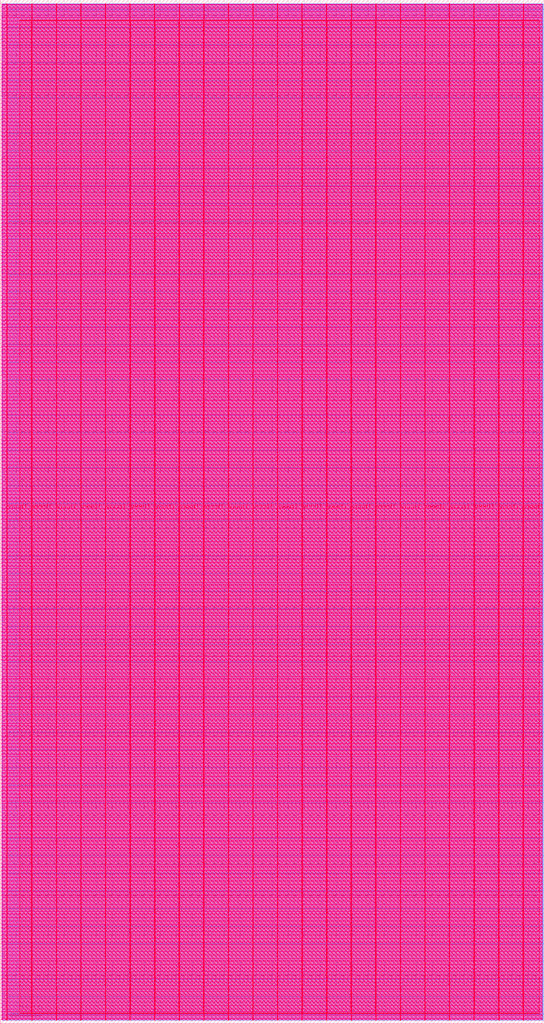
<source format=lef>
VERSION 5.7 ;
  NOWIREEXTENSIONATPIN ON ;
  DIVIDERCHAR "/" ;
  BUSBITCHARS "[]" ;
MACRO wrapped_as512512512
  CLASS BLOCK ;
  FOREIGN wrapped_as512512512 ;
  ORIGIN 0.000 0.000 ;
  SIZE 1700.000 BY 3200.000 ;
  PIN clk
    DIRECTION INPUT ;
    USE SIGNAL ;
    PORT
      LAYER met3 ;
        RECT 1696.000 1517.120 1700.000 1517.720 ;
    END
  END clk
  PIN io_in[0]
    DIRECTION INPUT ;
    USE SIGNAL ;
    PORT
      LAYER met3 ;
        RECT 1696.000 29.960 1700.000 30.560 ;
    END
  END io_in[0]
  PIN io_in[10]
    DIRECTION INPUT ;
    USE SIGNAL ;
    PORT
      LAYER met3 ;
        RECT 1696.000 580.760 1700.000 581.360 ;
    END
  END io_in[10]
  PIN io_in[11]
    DIRECTION INPUT ;
    USE SIGNAL ;
    PORT
      LAYER met3 ;
        RECT 1696.000 635.840 1700.000 636.440 ;
    END
  END io_in[11]
  PIN io_in[12]
    DIRECTION INPUT ;
    USE SIGNAL ;
    PORT
      LAYER met3 ;
        RECT 1696.000 690.920 1700.000 691.520 ;
    END
  END io_in[12]
  PIN io_in[13]
    DIRECTION INPUT ;
    USE SIGNAL ;
    PORT
      LAYER met3 ;
        RECT 1696.000 746.000 1700.000 746.600 ;
    END
  END io_in[13]
  PIN io_in[14]
    DIRECTION INPUT ;
    USE SIGNAL ;
    PORT
      LAYER met3 ;
        RECT 1696.000 801.080 1700.000 801.680 ;
    END
  END io_in[14]
  PIN io_in[15]
    DIRECTION INPUT ;
    USE SIGNAL ;
    PORT
      LAYER met3 ;
        RECT 1696.000 856.160 1700.000 856.760 ;
    END
  END io_in[15]
  PIN io_in[16]
    DIRECTION INPUT ;
    USE SIGNAL ;
    PORT
      LAYER met3 ;
        RECT 1696.000 911.240 1700.000 911.840 ;
    END
  END io_in[16]
  PIN io_in[17]
    DIRECTION INPUT ;
    USE SIGNAL ;
    PORT
      LAYER met3 ;
        RECT 1696.000 966.320 1700.000 966.920 ;
    END
  END io_in[17]
  PIN io_in[18]
    DIRECTION INPUT ;
    USE SIGNAL ;
    PORT
      LAYER met3 ;
        RECT 1696.000 1021.400 1700.000 1022.000 ;
    END
  END io_in[18]
  PIN io_in[19]
    DIRECTION INPUT ;
    USE SIGNAL ;
    PORT
      LAYER met3 ;
        RECT 1696.000 1076.480 1700.000 1077.080 ;
    END
  END io_in[19]
  PIN io_in[1]
    DIRECTION INPUT ;
    USE SIGNAL ;
    PORT
      LAYER met3 ;
        RECT 1696.000 85.040 1700.000 85.640 ;
    END
  END io_in[1]
  PIN io_in[20]
    DIRECTION INPUT ;
    USE SIGNAL ;
    PORT
      LAYER met3 ;
        RECT 1696.000 1131.560 1700.000 1132.160 ;
    END
  END io_in[20]
  PIN io_in[21]
    DIRECTION INPUT ;
    USE SIGNAL ;
    PORT
      LAYER met3 ;
        RECT 1696.000 1186.640 1700.000 1187.240 ;
    END
  END io_in[21]
  PIN io_in[22]
    DIRECTION INPUT ;
    USE SIGNAL ;
    PORT
      LAYER met3 ;
        RECT 1696.000 1241.720 1700.000 1242.320 ;
    END
  END io_in[22]
  PIN io_in[23]
    DIRECTION INPUT ;
    USE SIGNAL ;
    PORT
      LAYER met3 ;
        RECT 1696.000 1296.800 1700.000 1297.400 ;
    END
  END io_in[23]
  PIN io_in[24]
    DIRECTION INPUT ;
    USE SIGNAL ;
    PORT
      LAYER met3 ;
        RECT 1696.000 1351.880 1700.000 1352.480 ;
    END
  END io_in[24]
  PIN io_in[25]
    DIRECTION INPUT ;
    USE SIGNAL ;
    PORT
      LAYER met3 ;
        RECT 1696.000 1406.960 1700.000 1407.560 ;
    END
  END io_in[25]
  PIN io_in[26]
    DIRECTION INPUT ;
    USE SIGNAL ;
    PORT
      LAYER met3 ;
        RECT 1696.000 1462.040 1700.000 1462.640 ;
    END
  END io_in[26]
  PIN io_in[2]
    DIRECTION INPUT ;
    USE SIGNAL ;
    PORT
      LAYER met3 ;
        RECT 1696.000 140.120 1700.000 140.720 ;
    END
  END io_in[2]
  PIN io_in[3]
    DIRECTION INPUT ;
    USE SIGNAL ;
    PORT
      LAYER met3 ;
        RECT 1696.000 195.200 1700.000 195.800 ;
    END
  END io_in[3]
  PIN io_in[4]
    DIRECTION INPUT ;
    USE SIGNAL ;
    PORT
      LAYER met3 ;
        RECT 1696.000 250.280 1700.000 250.880 ;
    END
  END io_in[4]
  PIN io_in[5]
    DIRECTION INPUT ;
    USE SIGNAL ;
    PORT
      LAYER met3 ;
        RECT 1696.000 305.360 1700.000 305.960 ;
    END
  END io_in[5]
  PIN io_in[6]
    DIRECTION INPUT ;
    USE SIGNAL ;
    PORT
      LAYER met3 ;
        RECT 1696.000 360.440 1700.000 361.040 ;
    END
  END io_in[6]
  PIN io_in[7]
    DIRECTION INPUT ;
    USE SIGNAL ;
    PORT
      LAYER met3 ;
        RECT 1696.000 415.520 1700.000 416.120 ;
    END
  END io_in[7]
  PIN io_in[8]
    DIRECTION INPUT ;
    USE SIGNAL ;
    PORT
      LAYER met3 ;
        RECT 1696.000 470.600 1700.000 471.200 ;
    END
  END io_in[8]
  PIN io_in[9]
    DIRECTION INPUT ;
    USE SIGNAL ;
    PORT
      LAYER met3 ;
        RECT 1696.000 525.680 1700.000 526.280 ;
    END
  END io_in[9]
  PIN io_oeb
    DIRECTION OUTPUT TRISTATE ;
    USE SIGNAL ;
    PORT
      LAYER met3 ;
        RECT 1696.000 3169.520 1700.000 3170.120 ;
    END
  END io_oeb
  PIN io_out[0]
    DIRECTION OUTPUT TRISTATE ;
    USE SIGNAL ;
    PORT
      LAYER met3 ;
        RECT 1696.000 1627.280 1700.000 1627.880 ;
    END
  END io_out[0]
  PIN io_out[10]
    DIRECTION OUTPUT TRISTATE ;
    USE SIGNAL ;
    PORT
      LAYER met3 ;
        RECT 1696.000 2178.080 1700.000 2178.680 ;
    END
  END io_out[10]
  PIN io_out[11]
    DIRECTION OUTPUT TRISTATE ;
    USE SIGNAL ;
    PORT
      LAYER met3 ;
        RECT 1696.000 2233.160 1700.000 2233.760 ;
    END
  END io_out[11]
  PIN io_out[12]
    DIRECTION OUTPUT TRISTATE ;
    USE SIGNAL ;
    PORT
      LAYER met3 ;
        RECT 1696.000 2288.240 1700.000 2288.840 ;
    END
  END io_out[12]
  PIN io_out[13]
    DIRECTION OUTPUT TRISTATE ;
    USE SIGNAL ;
    PORT
      LAYER met3 ;
        RECT 1696.000 2343.320 1700.000 2343.920 ;
    END
  END io_out[13]
  PIN io_out[14]
    DIRECTION OUTPUT TRISTATE ;
    USE SIGNAL ;
    PORT
      LAYER met3 ;
        RECT 1696.000 2398.400 1700.000 2399.000 ;
    END
  END io_out[14]
  PIN io_out[15]
    DIRECTION OUTPUT TRISTATE ;
    USE SIGNAL ;
    PORT
      LAYER met3 ;
        RECT 1696.000 2453.480 1700.000 2454.080 ;
    END
  END io_out[15]
  PIN io_out[16]
    DIRECTION OUTPUT TRISTATE ;
    USE SIGNAL ;
    PORT
      LAYER met3 ;
        RECT 1696.000 2508.560 1700.000 2509.160 ;
    END
  END io_out[16]
  PIN io_out[17]
    DIRECTION OUTPUT TRISTATE ;
    USE SIGNAL ;
    PORT
      LAYER met3 ;
        RECT 1696.000 2563.640 1700.000 2564.240 ;
    END
  END io_out[17]
  PIN io_out[18]
    DIRECTION OUTPUT TRISTATE ;
    USE SIGNAL ;
    PORT
      LAYER met3 ;
        RECT 1696.000 2618.720 1700.000 2619.320 ;
    END
  END io_out[18]
  PIN io_out[19]
    DIRECTION OUTPUT TRISTATE ;
    USE SIGNAL ;
    PORT
      LAYER met3 ;
        RECT 1696.000 2673.800 1700.000 2674.400 ;
    END
  END io_out[19]
  PIN io_out[1]
    DIRECTION OUTPUT TRISTATE ;
    USE SIGNAL ;
    PORT
      LAYER met3 ;
        RECT 1696.000 1682.360 1700.000 1682.960 ;
    END
  END io_out[1]
  PIN io_out[20]
    DIRECTION OUTPUT TRISTATE ;
    USE SIGNAL ;
    PORT
      LAYER met3 ;
        RECT 1696.000 2728.880 1700.000 2729.480 ;
    END
  END io_out[20]
  PIN io_out[21]
    DIRECTION OUTPUT TRISTATE ;
    USE SIGNAL ;
    PORT
      LAYER met3 ;
        RECT 1696.000 2783.960 1700.000 2784.560 ;
    END
  END io_out[21]
  PIN io_out[22]
    DIRECTION OUTPUT TRISTATE ;
    USE SIGNAL ;
    PORT
      LAYER met3 ;
        RECT 1696.000 2839.040 1700.000 2839.640 ;
    END
  END io_out[22]
  PIN io_out[23]
    DIRECTION OUTPUT TRISTATE ;
    USE SIGNAL ;
    PORT
      LAYER met3 ;
        RECT 1696.000 2894.120 1700.000 2894.720 ;
    END
  END io_out[23]
  PIN io_out[24]
    DIRECTION OUTPUT TRISTATE ;
    USE SIGNAL ;
    PORT
      LAYER met3 ;
        RECT 1696.000 2949.200 1700.000 2949.800 ;
    END
  END io_out[24]
  PIN io_out[25]
    DIRECTION OUTPUT TRISTATE ;
    USE SIGNAL ;
    PORT
      LAYER met3 ;
        RECT 1696.000 3004.280 1700.000 3004.880 ;
    END
  END io_out[25]
  PIN io_out[26]
    DIRECTION OUTPUT TRISTATE ;
    USE SIGNAL ;
    PORT
      LAYER met3 ;
        RECT 1696.000 3059.360 1700.000 3059.960 ;
    END
  END io_out[26]
  PIN io_out[27]
    DIRECTION OUTPUT TRISTATE ;
    USE SIGNAL ;
    PORT
      LAYER met3 ;
        RECT 1696.000 3114.440 1700.000 3115.040 ;
    END
  END io_out[27]
  PIN io_out[2]
    DIRECTION OUTPUT TRISTATE ;
    USE SIGNAL ;
    PORT
      LAYER met3 ;
        RECT 1696.000 1737.440 1700.000 1738.040 ;
    END
  END io_out[2]
  PIN io_out[3]
    DIRECTION OUTPUT TRISTATE ;
    USE SIGNAL ;
    PORT
      LAYER met3 ;
        RECT 1696.000 1792.520 1700.000 1793.120 ;
    END
  END io_out[3]
  PIN io_out[4]
    DIRECTION OUTPUT TRISTATE ;
    USE SIGNAL ;
    PORT
      LAYER met3 ;
        RECT 1696.000 1847.600 1700.000 1848.200 ;
    END
  END io_out[4]
  PIN io_out[5]
    DIRECTION OUTPUT TRISTATE ;
    USE SIGNAL ;
    PORT
      LAYER met3 ;
        RECT 1696.000 1902.680 1700.000 1903.280 ;
    END
  END io_out[5]
  PIN io_out[6]
    DIRECTION OUTPUT TRISTATE ;
    USE SIGNAL ;
    PORT
      LAYER met3 ;
        RECT 1696.000 1957.760 1700.000 1958.360 ;
    END
  END io_out[6]
  PIN io_out[7]
    DIRECTION OUTPUT TRISTATE ;
    USE SIGNAL ;
    PORT
      LAYER met3 ;
        RECT 1696.000 2012.840 1700.000 2013.440 ;
    END
  END io_out[7]
  PIN io_out[8]
    DIRECTION OUTPUT TRISTATE ;
    USE SIGNAL ;
    PORT
      LAYER met3 ;
        RECT 1696.000 2067.920 1700.000 2068.520 ;
    END
  END io_out[8]
  PIN io_out[9]
    DIRECTION OUTPUT TRISTATE ;
    USE SIGNAL ;
    PORT
      LAYER met3 ;
        RECT 1696.000 2123.000 1700.000 2123.600 ;
    END
  END io_out[9]
  PIN rst
    DIRECTION INPUT ;
    USE SIGNAL ;
    PORT
      LAYER met3 ;
        RECT 1696.000 1572.200 1700.000 1572.800 ;
    END
  END rst
  PIN vccd1
    DIRECTION INOUT ;
    USE POWER ;
    PORT
      LAYER met4 ;
        RECT 21.040 10.640 22.640 3188.080 ;
    END
    PORT
      LAYER met4 ;
        RECT 174.640 10.640 176.240 3188.080 ;
    END
    PORT
      LAYER met4 ;
        RECT 328.240 10.640 329.840 3188.080 ;
    END
    PORT
      LAYER met4 ;
        RECT 481.840 10.640 483.440 3188.080 ;
    END
    PORT
      LAYER met4 ;
        RECT 635.440 10.640 637.040 3188.080 ;
    END
    PORT
      LAYER met4 ;
        RECT 789.040 10.640 790.640 3188.080 ;
    END
    PORT
      LAYER met4 ;
        RECT 942.640 10.640 944.240 3188.080 ;
    END
    PORT
      LAYER met4 ;
        RECT 1096.240 10.640 1097.840 3188.080 ;
    END
    PORT
      LAYER met4 ;
        RECT 1249.840 10.640 1251.440 3188.080 ;
    END
    PORT
      LAYER met4 ;
        RECT 1403.440 10.640 1405.040 3188.080 ;
    END
    PORT
      LAYER met4 ;
        RECT 1557.040 10.640 1558.640 3188.080 ;
    END
  END vccd1
  PIN vssd1
    DIRECTION INOUT ;
    USE GROUND ;
    PORT
      LAYER met4 ;
        RECT 97.840 10.640 99.440 3188.080 ;
    END
    PORT
      LAYER met4 ;
        RECT 251.440 10.640 253.040 3188.080 ;
    END
    PORT
      LAYER met4 ;
        RECT 405.040 10.640 406.640 3188.080 ;
    END
    PORT
      LAYER met4 ;
        RECT 558.640 10.640 560.240 3188.080 ;
    END
    PORT
      LAYER met4 ;
        RECT 712.240 10.640 713.840 3188.080 ;
    END
    PORT
      LAYER met4 ;
        RECT 865.840 10.640 867.440 3188.080 ;
    END
    PORT
      LAYER met4 ;
        RECT 1019.440 10.640 1021.040 3188.080 ;
    END
    PORT
      LAYER met4 ;
        RECT 1173.040 10.640 1174.640 3188.080 ;
    END
    PORT
      LAYER met4 ;
        RECT 1326.640 10.640 1328.240 3188.080 ;
    END
    PORT
      LAYER met4 ;
        RECT 1480.240 10.640 1481.840 3188.080 ;
    END
    PORT
      LAYER met4 ;
        RECT 1633.840 10.640 1635.440 3188.080 ;
    END
  END vssd1
  OBS
      LAYER nwell ;
        RECT 5.330 3183.705 1694.370 3186.535 ;
        RECT 5.330 3178.265 1694.370 3181.095 ;
        RECT 5.330 3172.825 1694.370 3175.655 ;
        RECT 5.330 3167.385 1694.370 3170.215 ;
        RECT 5.330 3161.945 1694.370 3164.775 ;
        RECT 5.330 3156.505 1694.370 3159.335 ;
        RECT 5.330 3151.065 1694.370 3153.895 ;
        RECT 5.330 3145.625 1694.370 3148.455 ;
        RECT 5.330 3140.185 1694.370 3143.015 ;
        RECT 5.330 3134.745 1694.370 3137.575 ;
        RECT 5.330 3129.305 1694.370 3132.135 ;
        RECT 5.330 3123.865 1694.370 3126.695 ;
        RECT 5.330 3118.425 1694.370 3121.255 ;
        RECT 5.330 3112.985 1694.370 3115.815 ;
        RECT 5.330 3107.545 1694.370 3110.375 ;
        RECT 5.330 3102.105 1694.370 3104.935 ;
        RECT 5.330 3096.665 1694.370 3099.495 ;
        RECT 5.330 3091.225 1694.370 3094.055 ;
        RECT 5.330 3085.785 1694.370 3088.615 ;
        RECT 5.330 3080.345 1694.370 3083.175 ;
        RECT 5.330 3074.905 1694.370 3077.735 ;
        RECT 5.330 3069.465 1694.370 3072.295 ;
        RECT 5.330 3064.025 1694.370 3066.855 ;
        RECT 5.330 3058.585 1694.370 3061.415 ;
        RECT 5.330 3053.145 1694.370 3055.975 ;
        RECT 5.330 3047.705 1694.370 3050.535 ;
        RECT 5.330 3042.265 1694.370 3045.095 ;
        RECT 5.330 3036.825 1694.370 3039.655 ;
        RECT 5.330 3031.385 1694.370 3034.215 ;
        RECT 5.330 3025.945 1694.370 3028.775 ;
        RECT 5.330 3020.505 1694.370 3023.335 ;
        RECT 5.330 3015.065 1694.370 3017.895 ;
        RECT 5.330 3009.625 1694.370 3012.455 ;
        RECT 5.330 3004.185 1694.370 3007.015 ;
        RECT 5.330 2998.745 1694.370 3001.575 ;
        RECT 5.330 2993.305 1694.370 2996.135 ;
        RECT 5.330 2987.865 1694.370 2990.695 ;
        RECT 5.330 2982.425 1694.370 2985.255 ;
        RECT 5.330 2976.985 1694.370 2979.815 ;
        RECT 5.330 2971.545 1694.370 2974.375 ;
        RECT 5.330 2966.105 1694.370 2968.935 ;
        RECT 5.330 2960.665 1694.370 2963.495 ;
        RECT 5.330 2955.225 1694.370 2958.055 ;
        RECT 5.330 2949.785 1694.370 2952.615 ;
        RECT 5.330 2944.345 1694.370 2947.175 ;
        RECT 5.330 2938.905 1694.370 2941.735 ;
        RECT 5.330 2933.465 1694.370 2936.295 ;
        RECT 5.330 2928.025 1694.370 2930.855 ;
        RECT 5.330 2922.585 1694.370 2925.415 ;
        RECT 5.330 2917.145 1694.370 2919.975 ;
        RECT 5.330 2911.705 1694.370 2914.535 ;
        RECT 5.330 2906.265 1694.370 2909.095 ;
        RECT 5.330 2900.825 1694.370 2903.655 ;
        RECT 5.330 2895.385 1694.370 2898.215 ;
        RECT 5.330 2889.945 1694.370 2892.775 ;
        RECT 5.330 2884.505 1694.370 2887.335 ;
        RECT 5.330 2879.065 1694.370 2881.895 ;
        RECT 5.330 2873.625 1694.370 2876.455 ;
        RECT 5.330 2868.185 1694.370 2871.015 ;
        RECT 5.330 2862.745 1694.370 2865.575 ;
        RECT 5.330 2857.305 1694.370 2860.135 ;
        RECT 5.330 2851.865 1694.370 2854.695 ;
        RECT 5.330 2846.425 1694.370 2849.255 ;
        RECT 5.330 2840.985 1694.370 2843.815 ;
        RECT 5.330 2835.545 1694.370 2838.375 ;
        RECT 5.330 2830.105 1694.370 2832.935 ;
        RECT 5.330 2824.665 1694.370 2827.495 ;
        RECT 5.330 2819.225 1694.370 2822.055 ;
        RECT 5.330 2813.785 1694.370 2816.615 ;
        RECT 5.330 2808.345 1694.370 2811.175 ;
        RECT 5.330 2802.905 1694.370 2805.735 ;
        RECT 5.330 2797.465 1694.370 2800.295 ;
        RECT 5.330 2792.025 1694.370 2794.855 ;
        RECT 5.330 2786.585 1694.370 2789.415 ;
        RECT 5.330 2781.145 1694.370 2783.975 ;
        RECT 5.330 2775.705 1694.370 2778.535 ;
        RECT 5.330 2770.265 1694.370 2773.095 ;
        RECT 5.330 2764.825 1694.370 2767.655 ;
        RECT 5.330 2759.385 1694.370 2762.215 ;
        RECT 5.330 2753.945 1694.370 2756.775 ;
        RECT 5.330 2748.505 1694.370 2751.335 ;
        RECT 5.330 2743.065 1694.370 2745.895 ;
        RECT 5.330 2737.625 1694.370 2740.455 ;
        RECT 5.330 2732.185 1694.370 2735.015 ;
        RECT 5.330 2726.745 1694.370 2729.575 ;
        RECT 5.330 2721.305 1694.370 2724.135 ;
        RECT 5.330 2715.865 1694.370 2718.695 ;
        RECT 5.330 2710.425 1694.370 2713.255 ;
        RECT 5.330 2704.985 1694.370 2707.815 ;
        RECT 5.330 2699.545 1694.370 2702.375 ;
        RECT 5.330 2694.105 1694.370 2696.935 ;
        RECT 5.330 2688.665 1694.370 2691.495 ;
        RECT 5.330 2683.225 1694.370 2686.055 ;
        RECT 5.330 2677.785 1694.370 2680.615 ;
        RECT 5.330 2672.345 1694.370 2675.175 ;
        RECT 5.330 2666.905 1694.370 2669.735 ;
        RECT 5.330 2661.465 1694.370 2664.295 ;
        RECT 5.330 2656.025 1694.370 2658.855 ;
        RECT 5.330 2650.585 1694.370 2653.415 ;
        RECT 5.330 2645.145 1694.370 2647.975 ;
        RECT 5.330 2639.705 1694.370 2642.535 ;
        RECT 5.330 2634.265 1694.370 2637.095 ;
        RECT 5.330 2628.825 1694.370 2631.655 ;
        RECT 5.330 2623.385 1694.370 2626.215 ;
        RECT 5.330 2617.945 1694.370 2620.775 ;
        RECT 5.330 2612.505 1694.370 2615.335 ;
        RECT 5.330 2607.065 1694.370 2609.895 ;
        RECT 5.330 2601.625 1694.370 2604.455 ;
        RECT 5.330 2596.185 1694.370 2599.015 ;
        RECT 5.330 2590.745 1694.370 2593.575 ;
        RECT 5.330 2585.305 1694.370 2588.135 ;
        RECT 5.330 2579.865 1694.370 2582.695 ;
        RECT 5.330 2574.425 1694.370 2577.255 ;
        RECT 5.330 2568.985 1694.370 2571.815 ;
        RECT 5.330 2563.545 1694.370 2566.375 ;
        RECT 5.330 2558.105 1694.370 2560.935 ;
        RECT 5.330 2552.665 1694.370 2555.495 ;
        RECT 5.330 2547.225 1694.370 2550.055 ;
        RECT 5.330 2541.785 1694.370 2544.615 ;
        RECT 5.330 2536.345 1694.370 2539.175 ;
        RECT 5.330 2530.905 1694.370 2533.735 ;
        RECT 5.330 2525.465 1694.370 2528.295 ;
        RECT 5.330 2520.025 1694.370 2522.855 ;
        RECT 5.330 2514.585 1694.370 2517.415 ;
        RECT 5.330 2509.145 1694.370 2511.975 ;
        RECT 5.330 2503.705 1694.370 2506.535 ;
        RECT 5.330 2498.265 1694.370 2501.095 ;
        RECT 5.330 2492.825 1694.370 2495.655 ;
        RECT 5.330 2487.385 1694.370 2490.215 ;
        RECT 5.330 2481.945 1694.370 2484.775 ;
        RECT 5.330 2476.505 1694.370 2479.335 ;
        RECT 5.330 2471.065 1694.370 2473.895 ;
        RECT 5.330 2465.625 1694.370 2468.455 ;
        RECT 5.330 2460.185 1694.370 2463.015 ;
        RECT 5.330 2454.745 1694.370 2457.575 ;
        RECT 5.330 2449.305 1694.370 2452.135 ;
        RECT 5.330 2443.865 1694.370 2446.695 ;
        RECT 5.330 2438.425 1694.370 2441.255 ;
        RECT 5.330 2432.985 1694.370 2435.815 ;
        RECT 5.330 2427.545 1694.370 2430.375 ;
        RECT 5.330 2422.105 1694.370 2424.935 ;
        RECT 5.330 2416.665 1694.370 2419.495 ;
        RECT 5.330 2411.225 1694.370 2414.055 ;
        RECT 5.330 2405.785 1694.370 2408.615 ;
        RECT 5.330 2400.345 1694.370 2403.175 ;
        RECT 5.330 2394.905 1694.370 2397.735 ;
        RECT 5.330 2389.465 1694.370 2392.295 ;
        RECT 5.330 2384.025 1694.370 2386.855 ;
        RECT 5.330 2378.585 1694.370 2381.415 ;
        RECT 5.330 2373.145 1694.370 2375.975 ;
        RECT 5.330 2367.705 1694.370 2370.535 ;
        RECT 5.330 2362.265 1694.370 2365.095 ;
        RECT 5.330 2356.825 1694.370 2359.655 ;
        RECT 5.330 2351.385 1694.370 2354.215 ;
        RECT 5.330 2345.945 1694.370 2348.775 ;
        RECT 5.330 2340.505 1694.370 2343.335 ;
        RECT 5.330 2335.065 1694.370 2337.895 ;
        RECT 5.330 2329.625 1694.370 2332.455 ;
        RECT 5.330 2324.185 1694.370 2327.015 ;
        RECT 5.330 2318.745 1694.370 2321.575 ;
        RECT 5.330 2313.305 1694.370 2316.135 ;
        RECT 5.330 2307.865 1694.370 2310.695 ;
        RECT 5.330 2302.425 1694.370 2305.255 ;
        RECT 5.330 2296.985 1694.370 2299.815 ;
        RECT 5.330 2291.545 1694.370 2294.375 ;
        RECT 5.330 2286.105 1694.370 2288.935 ;
        RECT 5.330 2280.665 1694.370 2283.495 ;
        RECT 5.330 2275.225 1694.370 2278.055 ;
        RECT 5.330 2269.785 1694.370 2272.615 ;
        RECT 5.330 2264.345 1694.370 2267.175 ;
        RECT 5.330 2258.905 1694.370 2261.735 ;
        RECT 5.330 2253.465 1694.370 2256.295 ;
        RECT 5.330 2248.025 1694.370 2250.855 ;
        RECT 5.330 2242.585 1694.370 2245.415 ;
        RECT 5.330 2237.145 1694.370 2239.975 ;
        RECT 5.330 2231.705 1694.370 2234.535 ;
        RECT 5.330 2226.265 1694.370 2229.095 ;
        RECT 5.330 2220.825 1694.370 2223.655 ;
        RECT 5.330 2215.385 1694.370 2218.215 ;
        RECT 5.330 2209.945 1694.370 2212.775 ;
        RECT 5.330 2204.505 1694.370 2207.335 ;
        RECT 5.330 2199.065 1694.370 2201.895 ;
        RECT 5.330 2193.625 1694.370 2196.455 ;
        RECT 5.330 2188.185 1694.370 2191.015 ;
        RECT 5.330 2182.745 1694.370 2185.575 ;
        RECT 5.330 2177.305 1694.370 2180.135 ;
        RECT 5.330 2171.865 1694.370 2174.695 ;
        RECT 5.330 2166.425 1694.370 2169.255 ;
        RECT 5.330 2160.985 1694.370 2163.815 ;
        RECT 5.330 2155.545 1694.370 2158.375 ;
        RECT 5.330 2150.105 1694.370 2152.935 ;
        RECT 5.330 2144.665 1694.370 2147.495 ;
        RECT 5.330 2139.225 1694.370 2142.055 ;
        RECT 5.330 2133.785 1694.370 2136.615 ;
        RECT 5.330 2128.345 1694.370 2131.175 ;
        RECT 5.330 2122.905 1694.370 2125.735 ;
        RECT 5.330 2117.465 1694.370 2120.295 ;
        RECT 5.330 2112.025 1694.370 2114.855 ;
        RECT 5.330 2106.585 1694.370 2109.415 ;
        RECT 5.330 2101.145 1694.370 2103.975 ;
        RECT 5.330 2095.705 1694.370 2098.535 ;
        RECT 5.330 2090.265 1694.370 2093.095 ;
        RECT 5.330 2084.825 1694.370 2087.655 ;
        RECT 5.330 2079.385 1694.370 2082.215 ;
        RECT 5.330 2073.945 1694.370 2076.775 ;
        RECT 5.330 2068.505 1694.370 2071.335 ;
        RECT 5.330 2063.065 1694.370 2065.895 ;
        RECT 5.330 2057.625 1694.370 2060.455 ;
        RECT 5.330 2052.185 1694.370 2055.015 ;
        RECT 5.330 2046.745 1694.370 2049.575 ;
        RECT 5.330 2041.305 1694.370 2044.135 ;
        RECT 5.330 2035.865 1694.370 2038.695 ;
        RECT 5.330 2030.425 1694.370 2033.255 ;
        RECT 5.330 2024.985 1694.370 2027.815 ;
        RECT 5.330 2019.545 1694.370 2022.375 ;
        RECT 5.330 2014.105 1694.370 2016.935 ;
        RECT 5.330 2008.665 1694.370 2011.495 ;
        RECT 5.330 2003.225 1694.370 2006.055 ;
        RECT 5.330 1997.785 1694.370 2000.615 ;
        RECT 5.330 1992.345 1694.370 1995.175 ;
        RECT 5.330 1986.905 1694.370 1989.735 ;
        RECT 5.330 1981.465 1694.370 1984.295 ;
        RECT 5.330 1976.025 1694.370 1978.855 ;
        RECT 5.330 1970.585 1694.370 1973.415 ;
        RECT 5.330 1965.145 1694.370 1967.975 ;
        RECT 5.330 1959.705 1694.370 1962.535 ;
        RECT 5.330 1954.265 1694.370 1957.095 ;
        RECT 5.330 1948.825 1694.370 1951.655 ;
        RECT 5.330 1943.385 1694.370 1946.215 ;
        RECT 5.330 1937.945 1694.370 1940.775 ;
        RECT 5.330 1932.505 1694.370 1935.335 ;
        RECT 5.330 1927.065 1694.370 1929.895 ;
        RECT 5.330 1921.625 1694.370 1924.455 ;
        RECT 5.330 1916.185 1694.370 1919.015 ;
        RECT 5.330 1910.745 1694.370 1913.575 ;
        RECT 5.330 1905.305 1694.370 1908.135 ;
        RECT 5.330 1899.865 1694.370 1902.695 ;
        RECT 5.330 1894.425 1694.370 1897.255 ;
        RECT 5.330 1888.985 1694.370 1891.815 ;
        RECT 5.330 1883.545 1694.370 1886.375 ;
        RECT 5.330 1878.105 1694.370 1880.935 ;
        RECT 5.330 1872.665 1694.370 1875.495 ;
        RECT 5.330 1867.225 1694.370 1870.055 ;
        RECT 5.330 1861.785 1694.370 1864.615 ;
        RECT 5.330 1856.345 1694.370 1859.175 ;
        RECT 5.330 1850.905 1694.370 1853.735 ;
        RECT 5.330 1845.465 1694.370 1848.295 ;
        RECT 5.330 1840.025 1694.370 1842.855 ;
        RECT 5.330 1834.585 1694.370 1837.415 ;
        RECT 5.330 1829.145 1694.370 1831.975 ;
        RECT 5.330 1823.705 1694.370 1826.535 ;
        RECT 5.330 1818.265 1694.370 1821.095 ;
        RECT 5.330 1812.825 1694.370 1815.655 ;
        RECT 5.330 1807.385 1694.370 1810.215 ;
        RECT 5.330 1801.945 1694.370 1804.775 ;
        RECT 5.330 1796.505 1694.370 1799.335 ;
        RECT 5.330 1791.065 1694.370 1793.895 ;
        RECT 5.330 1785.625 1694.370 1788.455 ;
        RECT 5.330 1780.185 1694.370 1783.015 ;
        RECT 5.330 1774.745 1694.370 1777.575 ;
        RECT 5.330 1769.305 1694.370 1772.135 ;
        RECT 5.330 1763.865 1694.370 1766.695 ;
        RECT 5.330 1758.425 1694.370 1761.255 ;
        RECT 5.330 1752.985 1694.370 1755.815 ;
        RECT 5.330 1747.545 1694.370 1750.375 ;
        RECT 5.330 1742.105 1694.370 1744.935 ;
        RECT 5.330 1736.665 1694.370 1739.495 ;
        RECT 5.330 1731.225 1694.370 1734.055 ;
        RECT 5.330 1725.785 1694.370 1728.615 ;
        RECT 5.330 1720.345 1694.370 1723.175 ;
        RECT 5.330 1714.905 1694.370 1717.735 ;
        RECT 5.330 1709.465 1694.370 1712.295 ;
        RECT 5.330 1704.025 1694.370 1706.855 ;
        RECT 5.330 1698.585 1694.370 1701.415 ;
        RECT 5.330 1693.145 1694.370 1695.975 ;
        RECT 5.330 1687.705 1694.370 1690.535 ;
        RECT 5.330 1682.265 1694.370 1685.095 ;
        RECT 5.330 1676.825 1694.370 1679.655 ;
        RECT 5.330 1671.385 1694.370 1674.215 ;
        RECT 5.330 1665.945 1694.370 1668.775 ;
        RECT 5.330 1660.505 1694.370 1663.335 ;
        RECT 5.330 1655.065 1694.370 1657.895 ;
        RECT 5.330 1649.625 1694.370 1652.455 ;
        RECT 5.330 1644.185 1694.370 1647.015 ;
        RECT 5.330 1638.745 1694.370 1641.575 ;
        RECT 5.330 1633.305 1694.370 1636.135 ;
        RECT 5.330 1627.865 1694.370 1630.695 ;
        RECT 5.330 1622.425 1694.370 1625.255 ;
        RECT 5.330 1616.985 1694.370 1619.815 ;
        RECT 5.330 1611.545 1694.370 1614.375 ;
        RECT 5.330 1606.105 1694.370 1608.935 ;
        RECT 5.330 1600.665 1694.370 1603.495 ;
        RECT 5.330 1595.225 1694.370 1598.055 ;
        RECT 5.330 1589.785 1694.370 1592.615 ;
        RECT 5.330 1584.345 1694.370 1587.175 ;
        RECT 5.330 1578.905 1694.370 1581.735 ;
        RECT 5.330 1573.465 1694.370 1576.295 ;
        RECT 5.330 1568.025 1694.370 1570.855 ;
        RECT 5.330 1562.585 1694.370 1565.415 ;
        RECT 5.330 1557.145 1694.370 1559.975 ;
        RECT 5.330 1551.705 1694.370 1554.535 ;
        RECT 5.330 1546.265 1694.370 1549.095 ;
        RECT 5.330 1540.825 1694.370 1543.655 ;
        RECT 5.330 1535.385 1694.370 1538.215 ;
        RECT 5.330 1529.945 1694.370 1532.775 ;
        RECT 5.330 1524.505 1694.370 1527.335 ;
        RECT 5.330 1519.065 1694.370 1521.895 ;
        RECT 5.330 1513.625 1694.370 1516.455 ;
        RECT 5.330 1508.185 1694.370 1511.015 ;
        RECT 5.330 1502.745 1694.370 1505.575 ;
        RECT 5.330 1497.305 1694.370 1500.135 ;
        RECT 5.330 1491.865 1694.370 1494.695 ;
        RECT 5.330 1486.425 1694.370 1489.255 ;
        RECT 5.330 1480.985 1694.370 1483.815 ;
        RECT 5.330 1475.545 1694.370 1478.375 ;
        RECT 5.330 1470.105 1694.370 1472.935 ;
        RECT 5.330 1464.665 1694.370 1467.495 ;
        RECT 5.330 1459.225 1694.370 1462.055 ;
        RECT 5.330 1453.785 1694.370 1456.615 ;
        RECT 5.330 1448.345 1694.370 1451.175 ;
        RECT 5.330 1442.905 1694.370 1445.735 ;
        RECT 5.330 1437.465 1694.370 1440.295 ;
        RECT 5.330 1432.025 1694.370 1434.855 ;
        RECT 5.330 1426.585 1694.370 1429.415 ;
        RECT 5.330 1421.145 1694.370 1423.975 ;
        RECT 5.330 1415.705 1694.370 1418.535 ;
        RECT 5.330 1410.265 1694.370 1413.095 ;
        RECT 5.330 1404.825 1694.370 1407.655 ;
        RECT 5.330 1399.385 1694.370 1402.215 ;
        RECT 5.330 1393.945 1694.370 1396.775 ;
        RECT 5.330 1388.505 1694.370 1391.335 ;
        RECT 5.330 1383.065 1694.370 1385.895 ;
        RECT 5.330 1377.625 1694.370 1380.455 ;
        RECT 5.330 1372.185 1694.370 1375.015 ;
        RECT 5.330 1366.745 1694.370 1369.575 ;
        RECT 5.330 1361.305 1694.370 1364.135 ;
        RECT 5.330 1355.865 1694.370 1358.695 ;
        RECT 5.330 1350.425 1694.370 1353.255 ;
        RECT 5.330 1344.985 1694.370 1347.815 ;
        RECT 5.330 1339.545 1694.370 1342.375 ;
        RECT 5.330 1334.105 1694.370 1336.935 ;
        RECT 5.330 1328.665 1694.370 1331.495 ;
        RECT 5.330 1323.225 1694.370 1326.055 ;
        RECT 5.330 1317.785 1694.370 1320.615 ;
        RECT 5.330 1312.345 1694.370 1315.175 ;
        RECT 5.330 1306.905 1694.370 1309.735 ;
        RECT 5.330 1301.465 1694.370 1304.295 ;
        RECT 5.330 1296.025 1694.370 1298.855 ;
        RECT 5.330 1290.585 1694.370 1293.415 ;
        RECT 5.330 1285.145 1694.370 1287.975 ;
        RECT 5.330 1279.705 1694.370 1282.535 ;
        RECT 5.330 1274.265 1694.370 1277.095 ;
        RECT 5.330 1268.825 1694.370 1271.655 ;
        RECT 5.330 1263.385 1694.370 1266.215 ;
        RECT 5.330 1257.945 1694.370 1260.775 ;
        RECT 5.330 1252.505 1694.370 1255.335 ;
        RECT 5.330 1247.065 1694.370 1249.895 ;
        RECT 5.330 1241.625 1694.370 1244.455 ;
        RECT 5.330 1236.185 1694.370 1239.015 ;
        RECT 5.330 1230.745 1694.370 1233.575 ;
        RECT 5.330 1225.305 1694.370 1228.135 ;
        RECT 5.330 1219.865 1694.370 1222.695 ;
        RECT 5.330 1214.425 1694.370 1217.255 ;
        RECT 5.330 1208.985 1694.370 1211.815 ;
        RECT 5.330 1203.545 1694.370 1206.375 ;
        RECT 5.330 1198.105 1694.370 1200.935 ;
        RECT 5.330 1192.665 1694.370 1195.495 ;
        RECT 5.330 1187.225 1694.370 1190.055 ;
        RECT 5.330 1181.785 1694.370 1184.615 ;
        RECT 5.330 1176.345 1694.370 1179.175 ;
        RECT 5.330 1170.905 1694.370 1173.735 ;
        RECT 5.330 1165.465 1694.370 1168.295 ;
        RECT 5.330 1160.025 1694.370 1162.855 ;
        RECT 5.330 1154.585 1694.370 1157.415 ;
        RECT 5.330 1149.145 1694.370 1151.975 ;
        RECT 5.330 1143.705 1694.370 1146.535 ;
        RECT 5.330 1138.265 1694.370 1141.095 ;
        RECT 5.330 1132.825 1694.370 1135.655 ;
        RECT 5.330 1127.385 1694.370 1130.215 ;
        RECT 5.330 1121.945 1694.370 1124.775 ;
        RECT 5.330 1116.505 1694.370 1119.335 ;
        RECT 5.330 1111.065 1694.370 1113.895 ;
        RECT 5.330 1105.625 1694.370 1108.455 ;
        RECT 5.330 1100.185 1694.370 1103.015 ;
        RECT 5.330 1094.745 1694.370 1097.575 ;
        RECT 5.330 1089.305 1694.370 1092.135 ;
        RECT 5.330 1083.865 1694.370 1086.695 ;
        RECT 5.330 1078.425 1694.370 1081.255 ;
        RECT 5.330 1072.985 1694.370 1075.815 ;
        RECT 5.330 1067.545 1694.370 1070.375 ;
        RECT 5.330 1062.105 1694.370 1064.935 ;
        RECT 5.330 1056.665 1694.370 1059.495 ;
        RECT 5.330 1051.225 1694.370 1054.055 ;
        RECT 5.330 1045.785 1694.370 1048.615 ;
        RECT 5.330 1040.345 1694.370 1043.175 ;
        RECT 5.330 1034.905 1694.370 1037.735 ;
        RECT 5.330 1029.465 1694.370 1032.295 ;
        RECT 5.330 1024.025 1694.370 1026.855 ;
        RECT 5.330 1018.585 1694.370 1021.415 ;
        RECT 5.330 1013.145 1694.370 1015.975 ;
        RECT 5.330 1007.705 1694.370 1010.535 ;
        RECT 5.330 1002.265 1694.370 1005.095 ;
        RECT 5.330 996.825 1694.370 999.655 ;
        RECT 5.330 991.385 1694.370 994.215 ;
        RECT 5.330 985.945 1694.370 988.775 ;
        RECT 5.330 980.505 1694.370 983.335 ;
        RECT 5.330 975.065 1694.370 977.895 ;
        RECT 5.330 969.625 1694.370 972.455 ;
        RECT 5.330 964.185 1694.370 967.015 ;
        RECT 5.330 958.745 1694.370 961.575 ;
        RECT 5.330 953.305 1694.370 956.135 ;
        RECT 5.330 947.865 1694.370 950.695 ;
        RECT 5.330 942.425 1694.370 945.255 ;
        RECT 5.330 936.985 1694.370 939.815 ;
        RECT 5.330 931.545 1694.370 934.375 ;
        RECT 5.330 926.105 1694.370 928.935 ;
        RECT 5.330 920.665 1694.370 923.495 ;
        RECT 5.330 915.225 1694.370 918.055 ;
        RECT 5.330 909.785 1694.370 912.615 ;
        RECT 5.330 904.345 1694.370 907.175 ;
        RECT 5.330 898.905 1694.370 901.735 ;
        RECT 5.330 893.465 1694.370 896.295 ;
        RECT 5.330 888.025 1694.370 890.855 ;
        RECT 5.330 882.585 1694.370 885.415 ;
        RECT 5.330 877.145 1694.370 879.975 ;
        RECT 5.330 871.705 1694.370 874.535 ;
        RECT 5.330 866.265 1694.370 869.095 ;
        RECT 5.330 860.825 1694.370 863.655 ;
        RECT 5.330 855.385 1694.370 858.215 ;
        RECT 5.330 849.945 1694.370 852.775 ;
        RECT 5.330 844.505 1694.370 847.335 ;
        RECT 5.330 839.065 1694.370 841.895 ;
        RECT 5.330 833.625 1694.370 836.455 ;
        RECT 5.330 828.185 1694.370 831.015 ;
        RECT 5.330 822.745 1694.370 825.575 ;
        RECT 5.330 817.305 1694.370 820.135 ;
        RECT 5.330 811.865 1694.370 814.695 ;
        RECT 5.330 806.425 1694.370 809.255 ;
        RECT 5.330 800.985 1694.370 803.815 ;
        RECT 5.330 795.545 1694.370 798.375 ;
        RECT 5.330 790.105 1694.370 792.935 ;
        RECT 5.330 784.665 1694.370 787.495 ;
        RECT 5.330 779.225 1694.370 782.055 ;
        RECT 5.330 773.785 1694.370 776.615 ;
        RECT 5.330 768.345 1694.370 771.175 ;
        RECT 5.330 762.905 1694.370 765.735 ;
        RECT 5.330 757.465 1694.370 760.295 ;
        RECT 5.330 752.025 1694.370 754.855 ;
        RECT 5.330 746.585 1694.370 749.415 ;
        RECT 5.330 741.145 1694.370 743.975 ;
        RECT 5.330 735.705 1694.370 738.535 ;
        RECT 5.330 730.265 1694.370 733.095 ;
        RECT 5.330 724.825 1694.370 727.655 ;
        RECT 5.330 719.385 1694.370 722.215 ;
        RECT 5.330 713.945 1694.370 716.775 ;
        RECT 5.330 708.505 1694.370 711.335 ;
        RECT 5.330 703.065 1694.370 705.895 ;
        RECT 5.330 697.625 1694.370 700.455 ;
        RECT 5.330 692.185 1694.370 695.015 ;
        RECT 5.330 686.745 1694.370 689.575 ;
        RECT 5.330 681.305 1694.370 684.135 ;
        RECT 5.330 675.865 1694.370 678.695 ;
        RECT 5.330 670.425 1694.370 673.255 ;
        RECT 5.330 664.985 1694.370 667.815 ;
        RECT 5.330 659.545 1694.370 662.375 ;
        RECT 5.330 654.105 1694.370 656.935 ;
        RECT 5.330 648.665 1694.370 651.495 ;
        RECT 5.330 643.225 1694.370 646.055 ;
        RECT 5.330 637.785 1694.370 640.615 ;
        RECT 5.330 632.345 1694.370 635.175 ;
        RECT 5.330 626.905 1694.370 629.735 ;
        RECT 5.330 621.465 1694.370 624.295 ;
        RECT 5.330 616.025 1694.370 618.855 ;
        RECT 5.330 610.585 1694.370 613.415 ;
        RECT 5.330 605.145 1694.370 607.975 ;
        RECT 5.330 599.705 1694.370 602.535 ;
        RECT 5.330 594.265 1694.370 597.095 ;
        RECT 5.330 588.825 1694.370 591.655 ;
        RECT 5.330 583.385 1694.370 586.215 ;
        RECT 5.330 577.945 1694.370 580.775 ;
        RECT 5.330 572.505 1694.370 575.335 ;
        RECT 5.330 567.065 1694.370 569.895 ;
        RECT 5.330 561.625 1694.370 564.455 ;
        RECT 5.330 556.185 1694.370 559.015 ;
        RECT 5.330 550.745 1694.370 553.575 ;
        RECT 5.330 545.305 1694.370 548.135 ;
        RECT 5.330 539.865 1694.370 542.695 ;
        RECT 5.330 534.425 1694.370 537.255 ;
        RECT 5.330 528.985 1694.370 531.815 ;
        RECT 5.330 523.545 1694.370 526.375 ;
        RECT 5.330 518.105 1694.370 520.935 ;
        RECT 5.330 512.665 1694.370 515.495 ;
        RECT 5.330 507.225 1694.370 510.055 ;
        RECT 5.330 501.785 1694.370 504.615 ;
        RECT 5.330 496.345 1694.370 499.175 ;
        RECT 5.330 490.905 1694.370 493.735 ;
        RECT 5.330 485.465 1694.370 488.295 ;
        RECT 5.330 480.025 1694.370 482.855 ;
        RECT 5.330 474.585 1694.370 477.415 ;
        RECT 5.330 469.145 1694.370 471.975 ;
        RECT 5.330 463.705 1694.370 466.535 ;
        RECT 5.330 458.265 1694.370 461.095 ;
        RECT 5.330 452.825 1694.370 455.655 ;
        RECT 5.330 447.385 1694.370 450.215 ;
        RECT 5.330 441.945 1694.370 444.775 ;
        RECT 5.330 436.505 1694.370 439.335 ;
        RECT 5.330 431.065 1694.370 433.895 ;
        RECT 5.330 425.625 1694.370 428.455 ;
        RECT 5.330 420.185 1694.370 423.015 ;
        RECT 5.330 414.745 1694.370 417.575 ;
        RECT 5.330 409.305 1694.370 412.135 ;
        RECT 5.330 403.865 1694.370 406.695 ;
        RECT 5.330 398.425 1694.370 401.255 ;
        RECT 5.330 392.985 1694.370 395.815 ;
        RECT 5.330 387.545 1694.370 390.375 ;
        RECT 5.330 382.105 1694.370 384.935 ;
        RECT 5.330 376.665 1694.370 379.495 ;
        RECT 5.330 371.225 1694.370 374.055 ;
        RECT 5.330 365.785 1694.370 368.615 ;
        RECT 5.330 360.345 1694.370 363.175 ;
        RECT 5.330 354.905 1694.370 357.735 ;
        RECT 5.330 349.465 1694.370 352.295 ;
        RECT 5.330 344.025 1694.370 346.855 ;
        RECT 5.330 338.585 1694.370 341.415 ;
        RECT 5.330 333.145 1694.370 335.975 ;
        RECT 5.330 327.705 1694.370 330.535 ;
        RECT 5.330 322.265 1694.370 325.095 ;
        RECT 5.330 316.825 1694.370 319.655 ;
        RECT 5.330 311.385 1694.370 314.215 ;
        RECT 5.330 305.945 1694.370 308.775 ;
        RECT 5.330 300.505 1694.370 303.335 ;
        RECT 5.330 295.065 1694.370 297.895 ;
        RECT 5.330 289.625 1694.370 292.455 ;
        RECT 5.330 284.185 1694.370 287.015 ;
        RECT 5.330 278.745 1694.370 281.575 ;
        RECT 5.330 273.305 1694.370 276.135 ;
        RECT 5.330 267.865 1694.370 270.695 ;
        RECT 5.330 262.425 1694.370 265.255 ;
        RECT 5.330 256.985 1694.370 259.815 ;
        RECT 5.330 251.545 1694.370 254.375 ;
        RECT 5.330 246.105 1694.370 248.935 ;
        RECT 5.330 240.665 1694.370 243.495 ;
        RECT 5.330 235.225 1694.370 238.055 ;
        RECT 5.330 229.785 1694.370 232.615 ;
        RECT 5.330 224.345 1694.370 227.175 ;
        RECT 5.330 218.905 1694.370 221.735 ;
        RECT 5.330 213.465 1694.370 216.295 ;
        RECT 5.330 208.025 1694.370 210.855 ;
        RECT 5.330 202.585 1694.370 205.415 ;
        RECT 5.330 197.145 1694.370 199.975 ;
        RECT 5.330 191.705 1694.370 194.535 ;
        RECT 5.330 186.265 1694.370 189.095 ;
        RECT 5.330 180.825 1694.370 183.655 ;
        RECT 5.330 175.385 1694.370 178.215 ;
        RECT 5.330 169.945 1694.370 172.775 ;
        RECT 5.330 164.505 1694.370 167.335 ;
        RECT 5.330 159.065 1694.370 161.895 ;
        RECT 5.330 153.625 1694.370 156.455 ;
        RECT 5.330 148.185 1694.370 151.015 ;
        RECT 5.330 142.745 1694.370 145.575 ;
        RECT 5.330 137.305 1694.370 140.135 ;
        RECT 5.330 131.865 1694.370 134.695 ;
        RECT 5.330 126.425 1694.370 129.255 ;
        RECT 5.330 120.985 1694.370 123.815 ;
        RECT 5.330 115.545 1694.370 118.375 ;
        RECT 5.330 110.105 1694.370 112.935 ;
        RECT 5.330 104.665 1694.370 107.495 ;
        RECT 5.330 99.225 1694.370 102.055 ;
        RECT 5.330 93.785 1694.370 96.615 ;
        RECT 5.330 88.345 1694.370 91.175 ;
        RECT 5.330 82.905 1694.370 85.735 ;
        RECT 5.330 77.465 1694.370 80.295 ;
        RECT 5.330 72.025 1694.370 74.855 ;
        RECT 5.330 66.585 1694.370 69.415 ;
        RECT 5.330 61.145 1694.370 63.975 ;
        RECT 5.330 55.705 1694.370 58.535 ;
        RECT 5.330 50.265 1694.370 53.095 ;
        RECT 5.330 44.825 1694.370 47.655 ;
        RECT 5.330 39.385 1694.370 42.215 ;
        RECT 5.330 33.945 1694.370 36.775 ;
        RECT 5.330 28.505 1694.370 31.335 ;
        RECT 5.330 23.065 1694.370 25.895 ;
        RECT 5.330 17.625 1694.370 20.455 ;
        RECT 5.330 12.185 1694.370 15.015 ;
      LAYER li1 ;
        RECT 5.520 10.795 1694.180 3187.925 ;
      LAYER met1 ;
        RECT 5.520 10.640 1696.870 3188.080 ;
      LAYER met2 ;
        RECT 7.920 10.695 1696.840 3188.025 ;
      LAYER met3 ;
        RECT 21.050 3170.520 1696.000 3188.005 ;
        RECT 21.050 3169.120 1695.600 3170.520 ;
        RECT 21.050 3115.440 1696.000 3169.120 ;
        RECT 21.050 3114.040 1695.600 3115.440 ;
        RECT 21.050 3060.360 1696.000 3114.040 ;
        RECT 21.050 3058.960 1695.600 3060.360 ;
        RECT 21.050 3005.280 1696.000 3058.960 ;
        RECT 21.050 3003.880 1695.600 3005.280 ;
        RECT 21.050 2950.200 1696.000 3003.880 ;
        RECT 21.050 2948.800 1695.600 2950.200 ;
        RECT 21.050 2895.120 1696.000 2948.800 ;
        RECT 21.050 2893.720 1695.600 2895.120 ;
        RECT 21.050 2840.040 1696.000 2893.720 ;
        RECT 21.050 2838.640 1695.600 2840.040 ;
        RECT 21.050 2784.960 1696.000 2838.640 ;
        RECT 21.050 2783.560 1695.600 2784.960 ;
        RECT 21.050 2729.880 1696.000 2783.560 ;
        RECT 21.050 2728.480 1695.600 2729.880 ;
        RECT 21.050 2674.800 1696.000 2728.480 ;
        RECT 21.050 2673.400 1695.600 2674.800 ;
        RECT 21.050 2619.720 1696.000 2673.400 ;
        RECT 21.050 2618.320 1695.600 2619.720 ;
        RECT 21.050 2564.640 1696.000 2618.320 ;
        RECT 21.050 2563.240 1695.600 2564.640 ;
        RECT 21.050 2509.560 1696.000 2563.240 ;
        RECT 21.050 2508.160 1695.600 2509.560 ;
        RECT 21.050 2454.480 1696.000 2508.160 ;
        RECT 21.050 2453.080 1695.600 2454.480 ;
        RECT 21.050 2399.400 1696.000 2453.080 ;
        RECT 21.050 2398.000 1695.600 2399.400 ;
        RECT 21.050 2344.320 1696.000 2398.000 ;
        RECT 21.050 2342.920 1695.600 2344.320 ;
        RECT 21.050 2289.240 1696.000 2342.920 ;
        RECT 21.050 2287.840 1695.600 2289.240 ;
        RECT 21.050 2234.160 1696.000 2287.840 ;
        RECT 21.050 2232.760 1695.600 2234.160 ;
        RECT 21.050 2179.080 1696.000 2232.760 ;
        RECT 21.050 2177.680 1695.600 2179.080 ;
        RECT 21.050 2124.000 1696.000 2177.680 ;
        RECT 21.050 2122.600 1695.600 2124.000 ;
        RECT 21.050 2068.920 1696.000 2122.600 ;
        RECT 21.050 2067.520 1695.600 2068.920 ;
        RECT 21.050 2013.840 1696.000 2067.520 ;
        RECT 21.050 2012.440 1695.600 2013.840 ;
        RECT 21.050 1958.760 1696.000 2012.440 ;
        RECT 21.050 1957.360 1695.600 1958.760 ;
        RECT 21.050 1903.680 1696.000 1957.360 ;
        RECT 21.050 1902.280 1695.600 1903.680 ;
        RECT 21.050 1848.600 1696.000 1902.280 ;
        RECT 21.050 1847.200 1695.600 1848.600 ;
        RECT 21.050 1793.520 1696.000 1847.200 ;
        RECT 21.050 1792.120 1695.600 1793.520 ;
        RECT 21.050 1738.440 1696.000 1792.120 ;
        RECT 21.050 1737.040 1695.600 1738.440 ;
        RECT 21.050 1683.360 1696.000 1737.040 ;
        RECT 21.050 1681.960 1695.600 1683.360 ;
        RECT 21.050 1628.280 1696.000 1681.960 ;
        RECT 21.050 1626.880 1695.600 1628.280 ;
        RECT 21.050 1573.200 1696.000 1626.880 ;
        RECT 21.050 1571.800 1695.600 1573.200 ;
        RECT 21.050 1518.120 1696.000 1571.800 ;
        RECT 21.050 1516.720 1695.600 1518.120 ;
        RECT 21.050 1463.040 1696.000 1516.720 ;
        RECT 21.050 1461.640 1695.600 1463.040 ;
        RECT 21.050 1407.960 1696.000 1461.640 ;
        RECT 21.050 1406.560 1695.600 1407.960 ;
        RECT 21.050 1352.880 1696.000 1406.560 ;
        RECT 21.050 1351.480 1695.600 1352.880 ;
        RECT 21.050 1297.800 1696.000 1351.480 ;
        RECT 21.050 1296.400 1695.600 1297.800 ;
        RECT 21.050 1242.720 1696.000 1296.400 ;
        RECT 21.050 1241.320 1695.600 1242.720 ;
        RECT 21.050 1187.640 1696.000 1241.320 ;
        RECT 21.050 1186.240 1695.600 1187.640 ;
        RECT 21.050 1132.560 1696.000 1186.240 ;
        RECT 21.050 1131.160 1695.600 1132.560 ;
        RECT 21.050 1077.480 1696.000 1131.160 ;
        RECT 21.050 1076.080 1695.600 1077.480 ;
        RECT 21.050 1022.400 1696.000 1076.080 ;
        RECT 21.050 1021.000 1695.600 1022.400 ;
        RECT 21.050 967.320 1696.000 1021.000 ;
        RECT 21.050 965.920 1695.600 967.320 ;
        RECT 21.050 912.240 1696.000 965.920 ;
        RECT 21.050 910.840 1695.600 912.240 ;
        RECT 21.050 857.160 1696.000 910.840 ;
        RECT 21.050 855.760 1695.600 857.160 ;
        RECT 21.050 802.080 1696.000 855.760 ;
        RECT 21.050 800.680 1695.600 802.080 ;
        RECT 21.050 747.000 1696.000 800.680 ;
        RECT 21.050 745.600 1695.600 747.000 ;
        RECT 21.050 691.920 1696.000 745.600 ;
        RECT 21.050 690.520 1695.600 691.920 ;
        RECT 21.050 636.840 1696.000 690.520 ;
        RECT 21.050 635.440 1695.600 636.840 ;
        RECT 21.050 581.760 1696.000 635.440 ;
        RECT 21.050 580.360 1695.600 581.760 ;
        RECT 21.050 526.680 1696.000 580.360 ;
        RECT 21.050 525.280 1695.600 526.680 ;
        RECT 21.050 471.600 1696.000 525.280 ;
        RECT 21.050 470.200 1695.600 471.600 ;
        RECT 21.050 416.520 1696.000 470.200 ;
        RECT 21.050 415.120 1695.600 416.520 ;
        RECT 21.050 361.440 1696.000 415.120 ;
        RECT 21.050 360.040 1695.600 361.440 ;
        RECT 21.050 306.360 1696.000 360.040 ;
        RECT 21.050 304.960 1695.600 306.360 ;
        RECT 21.050 251.280 1696.000 304.960 ;
        RECT 21.050 249.880 1695.600 251.280 ;
        RECT 21.050 196.200 1696.000 249.880 ;
        RECT 21.050 194.800 1695.600 196.200 ;
        RECT 21.050 141.120 1696.000 194.800 ;
        RECT 21.050 139.720 1695.600 141.120 ;
        RECT 21.050 86.040 1696.000 139.720 ;
        RECT 21.050 84.640 1695.600 86.040 ;
        RECT 21.050 30.960 1696.000 84.640 ;
        RECT 21.050 29.560 1695.600 30.960 ;
        RECT 21.050 10.715 1696.000 29.560 ;
      LAYER met4 ;
        RECT 61.015 32.135 97.440 3136.665 ;
        RECT 99.840 32.135 174.240 3136.665 ;
        RECT 176.640 32.135 251.040 3136.665 ;
        RECT 253.440 32.135 327.840 3136.665 ;
        RECT 330.240 32.135 404.640 3136.665 ;
        RECT 407.040 32.135 481.440 3136.665 ;
        RECT 483.840 32.135 558.240 3136.665 ;
        RECT 560.640 32.135 635.040 3136.665 ;
        RECT 637.440 32.135 711.840 3136.665 ;
        RECT 714.240 32.135 788.640 3136.665 ;
        RECT 791.040 32.135 865.440 3136.665 ;
        RECT 867.840 32.135 942.240 3136.665 ;
        RECT 944.640 32.135 1019.040 3136.665 ;
        RECT 1021.440 32.135 1095.840 3136.665 ;
        RECT 1098.240 32.135 1172.640 3136.665 ;
        RECT 1175.040 32.135 1249.440 3136.665 ;
        RECT 1251.840 32.135 1326.240 3136.665 ;
        RECT 1328.640 32.135 1403.040 3136.665 ;
        RECT 1405.440 32.135 1479.840 3136.665 ;
        RECT 1482.240 32.135 1556.640 3136.665 ;
        RECT 1559.040 32.135 1633.440 3136.665 ;
        RECT 1635.840 32.135 1684.225 3136.665 ;
  END
END wrapped_as512512512
END LIBRARY


</source>
